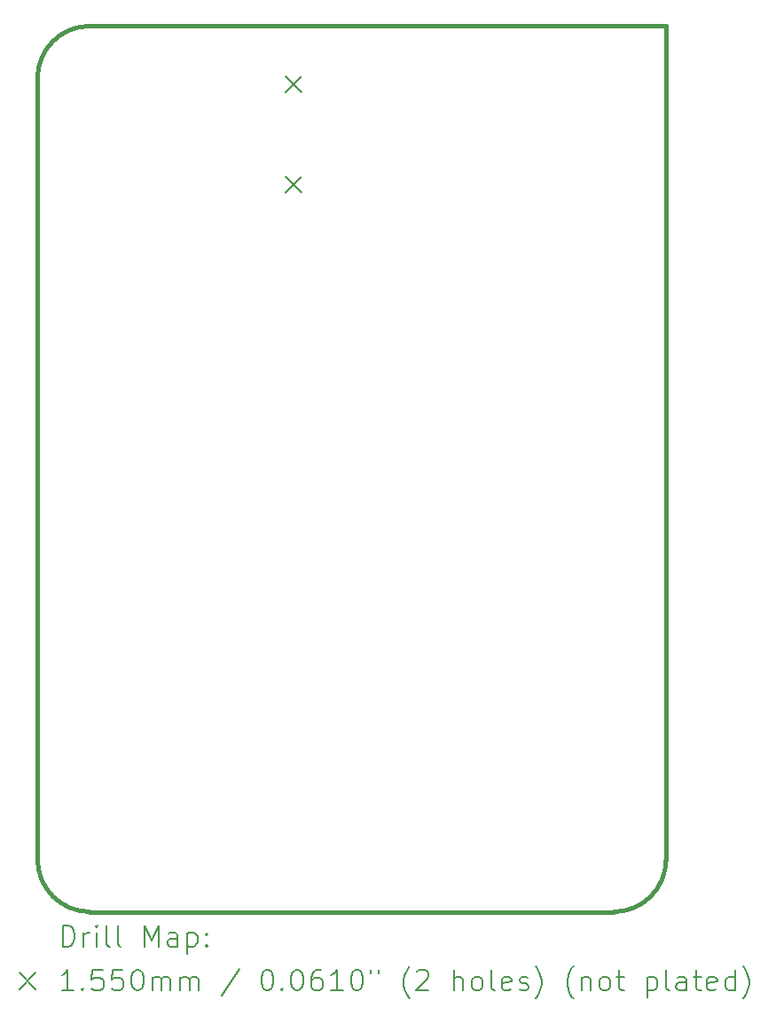
<source format=gbr>
%TF.GenerationSoftware,KiCad,Pcbnew,8.0.4*%
%TF.CreationDate,2025-11-09T23:28:21-03:00*%
%TF.ProjectId,sfp_moduloIC,7366705f-6d6f-4647-956c-6f49432e6b69,v2.0*%
%TF.SameCoordinates,Original*%
%TF.FileFunction,Drillmap*%
%TF.FilePolarity,Positive*%
%FSLAX45Y45*%
G04 Gerber Fmt 4.5, Leading zero omitted, Abs format (unit mm)*
G04 Created by KiCad (PCBNEW 8.0.4) date 2025-11-09 23:28:21*
%MOMM*%
%LPD*%
G01*
G04 APERTURE LIST*
%ADD10C,0.400000*%
%ADD11C,0.200000*%
%ADD12C,0.155000*%
G04 APERTURE END LIST*
D10*
X12037000Y-13545573D02*
G75*
G02*
X11536997Y-13045573I0J500003D01*
G01*
X12037000Y-13545573D02*
X17037000Y-13545573D01*
X11535554Y-5594127D02*
X11537000Y-13045573D01*
X17537000Y-13045573D02*
G75*
G02*
X17037000Y-13545570I-500000J3D01*
G01*
X11535554Y-5594127D02*
G75*
G02*
X12035554Y-5094127I500000J0D01*
G01*
X17537000Y-13045573D02*
X17537000Y-5094127D01*
X12035554Y-5094127D02*
X17537000Y-5094127D01*
D11*
D12*
X13904000Y-5569500D02*
X14059000Y-5724500D01*
X14059000Y-5569500D02*
X13904000Y-5724500D01*
X13904000Y-6529500D02*
X14059000Y-6684500D01*
X14059000Y-6529500D02*
X13904000Y-6684500D01*
D11*
X11776330Y-13877057D02*
X11776330Y-13677057D01*
X11776330Y-13677057D02*
X11823949Y-13677057D01*
X11823949Y-13677057D02*
X11852521Y-13686581D01*
X11852521Y-13686581D02*
X11871568Y-13705628D01*
X11871568Y-13705628D02*
X11881092Y-13724676D01*
X11881092Y-13724676D02*
X11890616Y-13762771D01*
X11890616Y-13762771D02*
X11890616Y-13791343D01*
X11890616Y-13791343D02*
X11881092Y-13829438D01*
X11881092Y-13829438D02*
X11871568Y-13848485D01*
X11871568Y-13848485D02*
X11852521Y-13867533D01*
X11852521Y-13867533D02*
X11823949Y-13877057D01*
X11823949Y-13877057D02*
X11776330Y-13877057D01*
X11976330Y-13877057D02*
X11976330Y-13743724D01*
X11976330Y-13781819D02*
X11985854Y-13762771D01*
X11985854Y-13762771D02*
X11995378Y-13753247D01*
X11995378Y-13753247D02*
X12014426Y-13743724D01*
X12014426Y-13743724D02*
X12033473Y-13743724D01*
X12100140Y-13877057D02*
X12100140Y-13743724D01*
X12100140Y-13677057D02*
X12090616Y-13686581D01*
X12090616Y-13686581D02*
X12100140Y-13696105D01*
X12100140Y-13696105D02*
X12109664Y-13686581D01*
X12109664Y-13686581D02*
X12100140Y-13677057D01*
X12100140Y-13677057D02*
X12100140Y-13696105D01*
X12223949Y-13877057D02*
X12204902Y-13867533D01*
X12204902Y-13867533D02*
X12195378Y-13848485D01*
X12195378Y-13848485D02*
X12195378Y-13677057D01*
X12328711Y-13877057D02*
X12309664Y-13867533D01*
X12309664Y-13867533D02*
X12300140Y-13848485D01*
X12300140Y-13848485D02*
X12300140Y-13677057D01*
X12557283Y-13877057D02*
X12557283Y-13677057D01*
X12557283Y-13677057D02*
X12623949Y-13819914D01*
X12623949Y-13819914D02*
X12690616Y-13677057D01*
X12690616Y-13677057D02*
X12690616Y-13877057D01*
X12871568Y-13877057D02*
X12871568Y-13772295D01*
X12871568Y-13772295D02*
X12862045Y-13753247D01*
X12862045Y-13753247D02*
X12842997Y-13743724D01*
X12842997Y-13743724D02*
X12804902Y-13743724D01*
X12804902Y-13743724D02*
X12785854Y-13753247D01*
X12871568Y-13867533D02*
X12852521Y-13877057D01*
X12852521Y-13877057D02*
X12804902Y-13877057D01*
X12804902Y-13877057D02*
X12785854Y-13867533D01*
X12785854Y-13867533D02*
X12776330Y-13848485D01*
X12776330Y-13848485D02*
X12776330Y-13829438D01*
X12776330Y-13829438D02*
X12785854Y-13810390D01*
X12785854Y-13810390D02*
X12804902Y-13800866D01*
X12804902Y-13800866D02*
X12852521Y-13800866D01*
X12852521Y-13800866D02*
X12871568Y-13791343D01*
X12966807Y-13743724D02*
X12966807Y-13943724D01*
X12966807Y-13753247D02*
X12985854Y-13743724D01*
X12985854Y-13743724D02*
X13023949Y-13743724D01*
X13023949Y-13743724D02*
X13042997Y-13753247D01*
X13042997Y-13753247D02*
X13052521Y-13762771D01*
X13052521Y-13762771D02*
X13062045Y-13781819D01*
X13062045Y-13781819D02*
X13062045Y-13838962D01*
X13062045Y-13838962D02*
X13052521Y-13858009D01*
X13052521Y-13858009D02*
X13042997Y-13867533D01*
X13042997Y-13867533D02*
X13023949Y-13877057D01*
X13023949Y-13877057D02*
X12985854Y-13877057D01*
X12985854Y-13877057D02*
X12966807Y-13867533D01*
X13147759Y-13858009D02*
X13157283Y-13867533D01*
X13157283Y-13867533D02*
X13147759Y-13877057D01*
X13147759Y-13877057D02*
X13138235Y-13867533D01*
X13138235Y-13867533D02*
X13147759Y-13858009D01*
X13147759Y-13858009D02*
X13147759Y-13877057D01*
X13147759Y-13753247D02*
X13157283Y-13762771D01*
X13157283Y-13762771D02*
X13147759Y-13772295D01*
X13147759Y-13772295D02*
X13138235Y-13762771D01*
X13138235Y-13762771D02*
X13147759Y-13753247D01*
X13147759Y-13753247D02*
X13147759Y-13772295D01*
D12*
X11360554Y-14128073D02*
X11515554Y-14283073D01*
X11515554Y-14128073D02*
X11360554Y-14283073D01*
D11*
X11881092Y-14297057D02*
X11766807Y-14297057D01*
X11823949Y-14297057D02*
X11823949Y-14097057D01*
X11823949Y-14097057D02*
X11804902Y-14125628D01*
X11804902Y-14125628D02*
X11785854Y-14144676D01*
X11785854Y-14144676D02*
X11766807Y-14154200D01*
X11966807Y-14278009D02*
X11976330Y-14287533D01*
X11976330Y-14287533D02*
X11966807Y-14297057D01*
X11966807Y-14297057D02*
X11957283Y-14287533D01*
X11957283Y-14287533D02*
X11966807Y-14278009D01*
X11966807Y-14278009D02*
X11966807Y-14297057D01*
X12157283Y-14097057D02*
X12062045Y-14097057D01*
X12062045Y-14097057D02*
X12052521Y-14192295D01*
X12052521Y-14192295D02*
X12062045Y-14182771D01*
X12062045Y-14182771D02*
X12081092Y-14173247D01*
X12081092Y-14173247D02*
X12128711Y-14173247D01*
X12128711Y-14173247D02*
X12147759Y-14182771D01*
X12147759Y-14182771D02*
X12157283Y-14192295D01*
X12157283Y-14192295D02*
X12166807Y-14211343D01*
X12166807Y-14211343D02*
X12166807Y-14258962D01*
X12166807Y-14258962D02*
X12157283Y-14278009D01*
X12157283Y-14278009D02*
X12147759Y-14287533D01*
X12147759Y-14287533D02*
X12128711Y-14297057D01*
X12128711Y-14297057D02*
X12081092Y-14297057D01*
X12081092Y-14297057D02*
X12062045Y-14287533D01*
X12062045Y-14287533D02*
X12052521Y-14278009D01*
X12347759Y-14097057D02*
X12252521Y-14097057D01*
X12252521Y-14097057D02*
X12242997Y-14192295D01*
X12242997Y-14192295D02*
X12252521Y-14182771D01*
X12252521Y-14182771D02*
X12271568Y-14173247D01*
X12271568Y-14173247D02*
X12319188Y-14173247D01*
X12319188Y-14173247D02*
X12338235Y-14182771D01*
X12338235Y-14182771D02*
X12347759Y-14192295D01*
X12347759Y-14192295D02*
X12357283Y-14211343D01*
X12357283Y-14211343D02*
X12357283Y-14258962D01*
X12357283Y-14258962D02*
X12347759Y-14278009D01*
X12347759Y-14278009D02*
X12338235Y-14287533D01*
X12338235Y-14287533D02*
X12319188Y-14297057D01*
X12319188Y-14297057D02*
X12271568Y-14297057D01*
X12271568Y-14297057D02*
X12252521Y-14287533D01*
X12252521Y-14287533D02*
X12242997Y-14278009D01*
X12481092Y-14097057D02*
X12500140Y-14097057D01*
X12500140Y-14097057D02*
X12519188Y-14106581D01*
X12519188Y-14106581D02*
X12528711Y-14116105D01*
X12528711Y-14116105D02*
X12538235Y-14135152D01*
X12538235Y-14135152D02*
X12547759Y-14173247D01*
X12547759Y-14173247D02*
X12547759Y-14220866D01*
X12547759Y-14220866D02*
X12538235Y-14258962D01*
X12538235Y-14258962D02*
X12528711Y-14278009D01*
X12528711Y-14278009D02*
X12519188Y-14287533D01*
X12519188Y-14287533D02*
X12500140Y-14297057D01*
X12500140Y-14297057D02*
X12481092Y-14297057D01*
X12481092Y-14297057D02*
X12462045Y-14287533D01*
X12462045Y-14287533D02*
X12452521Y-14278009D01*
X12452521Y-14278009D02*
X12442997Y-14258962D01*
X12442997Y-14258962D02*
X12433473Y-14220866D01*
X12433473Y-14220866D02*
X12433473Y-14173247D01*
X12433473Y-14173247D02*
X12442997Y-14135152D01*
X12442997Y-14135152D02*
X12452521Y-14116105D01*
X12452521Y-14116105D02*
X12462045Y-14106581D01*
X12462045Y-14106581D02*
X12481092Y-14097057D01*
X12633473Y-14297057D02*
X12633473Y-14163724D01*
X12633473Y-14182771D02*
X12642997Y-14173247D01*
X12642997Y-14173247D02*
X12662045Y-14163724D01*
X12662045Y-14163724D02*
X12690616Y-14163724D01*
X12690616Y-14163724D02*
X12709664Y-14173247D01*
X12709664Y-14173247D02*
X12719188Y-14192295D01*
X12719188Y-14192295D02*
X12719188Y-14297057D01*
X12719188Y-14192295D02*
X12728711Y-14173247D01*
X12728711Y-14173247D02*
X12747759Y-14163724D01*
X12747759Y-14163724D02*
X12776330Y-14163724D01*
X12776330Y-14163724D02*
X12795378Y-14173247D01*
X12795378Y-14173247D02*
X12804902Y-14192295D01*
X12804902Y-14192295D02*
X12804902Y-14297057D01*
X12900140Y-14297057D02*
X12900140Y-14163724D01*
X12900140Y-14182771D02*
X12909664Y-14173247D01*
X12909664Y-14173247D02*
X12928711Y-14163724D01*
X12928711Y-14163724D02*
X12957283Y-14163724D01*
X12957283Y-14163724D02*
X12976330Y-14173247D01*
X12976330Y-14173247D02*
X12985854Y-14192295D01*
X12985854Y-14192295D02*
X12985854Y-14297057D01*
X12985854Y-14192295D02*
X12995378Y-14173247D01*
X12995378Y-14173247D02*
X13014426Y-14163724D01*
X13014426Y-14163724D02*
X13042997Y-14163724D01*
X13042997Y-14163724D02*
X13062045Y-14173247D01*
X13062045Y-14173247D02*
X13071569Y-14192295D01*
X13071569Y-14192295D02*
X13071569Y-14297057D01*
X13462045Y-14087533D02*
X13290616Y-14344676D01*
X13719188Y-14097057D02*
X13738235Y-14097057D01*
X13738235Y-14097057D02*
X13757283Y-14106581D01*
X13757283Y-14106581D02*
X13766807Y-14116105D01*
X13766807Y-14116105D02*
X13776331Y-14135152D01*
X13776331Y-14135152D02*
X13785854Y-14173247D01*
X13785854Y-14173247D02*
X13785854Y-14220866D01*
X13785854Y-14220866D02*
X13776331Y-14258962D01*
X13776331Y-14258962D02*
X13766807Y-14278009D01*
X13766807Y-14278009D02*
X13757283Y-14287533D01*
X13757283Y-14287533D02*
X13738235Y-14297057D01*
X13738235Y-14297057D02*
X13719188Y-14297057D01*
X13719188Y-14297057D02*
X13700140Y-14287533D01*
X13700140Y-14287533D02*
X13690616Y-14278009D01*
X13690616Y-14278009D02*
X13681092Y-14258962D01*
X13681092Y-14258962D02*
X13671569Y-14220866D01*
X13671569Y-14220866D02*
X13671569Y-14173247D01*
X13671569Y-14173247D02*
X13681092Y-14135152D01*
X13681092Y-14135152D02*
X13690616Y-14116105D01*
X13690616Y-14116105D02*
X13700140Y-14106581D01*
X13700140Y-14106581D02*
X13719188Y-14097057D01*
X13871569Y-14278009D02*
X13881092Y-14287533D01*
X13881092Y-14287533D02*
X13871569Y-14297057D01*
X13871569Y-14297057D02*
X13862045Y-14287533D01*
X13862045Y-14287533D02*
X13871569Y-14278009D01*
X13871569Y-14278009D02*
X13871569Y-14297057D01*
X14004902Y-14097057D02*
X14023950Y-14097057D01*
X14023950Y-14097057D02*
X14042997Y-14106581D01*
X14042997Y-14106581D02*
X14052521Y-14116105D01*
X14052521Y-14116105D02*
X14062045Y-14135152D01*
X14062045Y-14135152D02*
X14071569Y-14173247D01*
X14071569Y-14173247D02*
X14071569Y-14220866D01*
X14071569Y-14220866D02*
X14062045Y-14258962D01*
X14062045Y-14258962D02*
X14052521Y-14278009D01*
X14052521Y-14278009D02*
X14042997Y-14287533D01*
X14042997Y-14287533D02*
X14023950Y-14297057D01*
X14023950Y-14297057D02*
X14004902Y-14297057D01*
X14004902Y-14297057D02*
X13985854Y-14287533D01*
X13985854Y-14287533D02*
X13976331Y-14278009D01*
X13976331Y-14278009D02*
X13966807Y-14258962D01*
X13966807Y-14258962D02*
X13957283Y-14220866D01*
X13957283Y-14220866D02*
X13957283Y-14173247D01*
X13957283Y-14173247D02*
X13966807Y-14135152D01*
X13966807Y-14135152D02*
X13976331Y-14116105D01*
X13976331Y-14116105D02*
X13985854Y-14106581D01*
X13985854Y-14106581D02*
X14004902Y-14097057D01*
X14242997Y-14097057D02*
X14204902Y-14097057D01*
X14204902Y-14097057D02*
X14185854Y-14106581D01*
X14185854Y-14106581D02*
X14176331Y-14116105D01*
X14176331Y-14116105D02*
X14157283Y-14144676D01*
X14157283Y-14144676D02*
X14147759Y-14182771D01*
X14147759Y-14182771D02*
X14147759Y-14258962D01*
X14147759Y-14258962D02*
X14157283Y-14278009D01*
X14157283Y-14278009D02*
X14166807Y-14287533D01*
X14166807Y-14287533D02*
X14185854Y-14297057D01*
X14185854Y-14297057D02*
X14223950Y-14297057D01*
X14223950Y-14297057D02*
X14242997Y-14287533D01*
X14242997Y-14287533D02*
X14252521Y-14278009D01*
X14252521Y-14278009D02*
X14262045Y-14258962D01*
X14262045Y-14258962D02*
X14262045Y-14211343D01*
X14262045Y-14211343D02*
X14252521Y-14192295D01*
X14252521Y-14192295D02*
X14242997Y-14182771D01*
X14242997Y-14182771D02*
X14223950Y-14173247D01*
X14223950Y-14173247D02*
X14185854Y-14173247D01*
X14185854Y-14173247D02*
X14166807Y-14182771D01*
X14166807Y-14182771D02*
X14157283Y-14192295D01*
X14157283Y-14192295D02*
X14147759Y-14211343D01*
X14452521Y-14297057D02*
X14338235Y-14297057D01*
X14395378Y-14297057D02*
X14395378Y-14097057D01*
X14395378Y-14097057D02*
X14376331Y-14125628D01*
X14376331Y-14125628D02*
X14357283Y-14144676D01*
X14357283Y-14144676D02*
X14338235Y-14154200D01*
X14576331Y-14097057D02*
X14595378Y-14097057D01*
X14595378Y-14097057D02*
X14614426Y-14106581D01*
X14614426Y-14106581D02*
X14623950Y-14116105D01*
X14623950Y-14116105D02*
X14633473Y-14135152D01*
X14633473Y-14135152D02*
X14642997Y-14173247D01*
X14642997Y-14173247D02*
X14642997Y-14220866D01*
X14642997Y-14220866D02*
X14633473Y-14258962D01*
X14633473Y-14258962D02*
X14623950Y-14278009D01*
X14623950Y-14278009D02*
X14614426Y-14287533D01*
X14614426Y-14287533D02*
X14595378Y-14297057D01*
X14595378Y-14297057D02*
X14576331Y-14297057D01*
X14576331Y-14297057D02*
X14557283Y-14287533D01*
X14557283Y-14287533D02*
X14547759Y-14278009D01*
X14547759Y-14278009D02*
X14538235Y-14258962D01*
X14538235Y-14258962D02*
X14528712Y-14220866D01*
X14528712Y-14220866D02*
X14528712Y-14173247D01*
X14528712Y-14173247D02*
X14538235Y-14135152D01*
X14538235Y-14135152D02*
X14547759Y-14116105D01*
X14547759Y-14116105D02*
X14557283Y-14106581D01*
X14557283Y-14106581D02*
X14576331Y-14097057D01*
X14719188Y-14097057D02*
X14719188Y-14135152D01*
X14795378Y-14097057D02*
X14795378Y-14135152D01*
X15090616Y-14373247D02*
X15081093Y-14363724D01*
X15081093Y-14363724D02*
X15062045Y-14335152D01*
X15062045Y-14335152D02*
X15052521Y-14316105D01*
X15052521Y-14316105D02*
X15042997Y-14287533D01*
X15042997Y-14287533D02*
X15033474Y-14239914D01*
X15033474Y-14239914D02*
X15033474Y-14201819D01*
X15033474Y-14201819D02*
X15042997Y-14154200D01*
X15042997Y-14154200D02*
X15052521Y-14125628D01*
X15052521Y-14125628D02*
X15062045Y-14106581D01*
X15062045Y-14106581D02*
X15081093Y-14078009D01*
X15081093Y-14078009D02*
X15090616Y-14068485D01*
X15157283Y-14116105D02*
X15166807Y-14106581D01*
X15166807Y-14106581D02*
X15185854Y-14097057D01*
X15185854Y-14097057D02*
X15233474Y-14097057D01*
X15233474Y-14097057D02*
X15252521Y-14106581D01*
X15252521Y-14106581D02*
X15262045Y-14116105D01*
X15262045Y-14116105D02*
X15271569Y-14135152D01*
X15271569Y-14135152D02*
X15271569Y-14154200D01*
X15271569Y-14154200D02*
X15262045Y-14182771D01*
X15262045Y-14182771D02*
X15147759Y-14297057D01*
X15147759Y-14297057D02*
X15271569Y-14297057D01*
X15509664Y-14297057D02*
X15509664Y-14097057D01*
X15595378Y-14297057D02*
X15595378Y-14192295D01*
X15595378Y-14192295D02*
X15585855Y-14173247D01*
X15585855Y-14173247D02*
X15566807Y-14163724D01*
X15566807Y-14163724D02*
X15538235Y-14163724D01*
X15538235Y-14163724D02*
X15519188Y-14173247D01*
X15519188Y-14173247D02*
X15509664Y-14182771D01*
X15719188Y-14297057D02*
X15700140Y-14287533D01*
X15700140Y-14287533D02*
X15690616Y-14278009D01*
X15690616Y-14278009D02*
X15681093Y-14258962D01*
X15681093Y-14258962D02*
X15681093Y-14201819D01*
X15681093Y-14201819D02*
X15690616Y-14182771D01*
X15690616Y-14182771D02*
X15700140Y-14173247D01*
X15700140Y-14173247D02*
X15719188Y-14163724D01*
X15719188Y-14163724D02*
X15747759Y-14163724D01*
X15747759Y-14163724D02*
X15766807Y-14173247D01*
X15766807Y-14173247D02*
X15776331Y-14182771D01*
X15776331Y-14182771D02*
X15785855Y-14201819D01*
X15785855Y-14201819D02*
X15785855Y-14258962D01*
X15785855Y-14258962D02*
X15776331Y-14278009D01*
X15776331Y-14278009D02*
X15766807Y-14287533D01*
X15766807Y-14287533D02*
X15747759Y-14297057D01*
X15747759Y-14297057D02*
X15719188Y-14297057D01*
X15900140Y-14297057D02*
X15881093Y-14287533D01*
X15881093Y-14287533D02*
X15871569Y-14268485D01*
X15871569Y-14268485D02*
X15871569Y-14097057D01*
X16052521Y-14287533D02*
X16033474Y-14297057D01*
X16033474Y-14297057D02*
X15995378Y-14297057D01*
X15995378Y-14297057D02*
X15976331Y-14287533D01*
X15976331Y-14287533D02*
X15966807Y-14268485D01*
X15966807Y-14268485D02*
X15966807Y-14192295D01*
X15966807Y-14192295D02*
X15976331Y-14173247D01*
X15976331Y-14173247D02*
X15995378Y-14163724D01*
X15995378Y-14163724D02*
X16033474Y-14163724D01*
X16033474Y-14163724D02*
X16052521Y-14173247D01*
X16052521Y-14173247D02*
X16062045Y-14192295D01*
X16062045Y-14192295D02*
X16062045Y-14211343D01*
X16062045Y-14211343D02*
X15966807Y-14230390D01*
X16138236Y-14287533D02*
X16157283Y-14297057D01*
X16157283Y-14297057D02*
X16195378Y-14297057D01*
X16195378Y-14297057D02*
X16214426Y-14287533D01*
X16214426Y-14287533D02*
X16223950Y-14268485D01*
X16223950Y-14268485D02*
X16223950Y-14258962D01*
X16223950Y-14258962D02*
X16214426Y-14239914D01*
X16214426Y-14239914D02*
X16195378Y-14230390D01*
X16195378Y-14230390D02*
X16166807Y-14230390D01*
X16166807Y-14230390D02*
X16147759Y-14220866D01*
X16147759Y-14220866D02*
X16138236Y-14201819D01*
X16138236Y-14201819D02*
X16138236Y-14192295D01*
X16138236Y-14192295D02*
X16147759Y-14173247D01*
X16147759Y-14173247D02*
X16166807Y-14163724D01*
X16166807Y-14163724D02*
X16195378Y-14163724D01*
X16195378Y-14163724D02*
X16214426Y-14173247D01*
X16290617Y-14373247D02*
X16300140Y-14363724D01*
X16300140Y-14363724D02*
X16319188Y-14335152D01*
X16319188Y-14335152D02*
X16328712Y-14316105D01*
X16328712Y-14316105D02*
X16338236Y-14287533D01*
X16338236Y-14287533D02*
X16347759Y-14239914D01*
X16347759Y-14239914D02*
X16347759Y-14201819D01*
X16347759Y-14201819D02*
X16338236Y-14154200D01*
X16338236Y-14154200D02*
X16328712Y-14125628D01*
X16328712Y-14125628D02*
X16319188Y-14106581D01*
X16319188Y-14106581D02*
X16300140Y-14078009D01*
X16300140Y-14078009D02*
X16290617Y-14068485D01*
X16652521Y-14373247D02*
X16642997Y-14363724D01*
X16642997Y-14363724D02*
X16623950Y-14335152D01*
X16623950Y-14335152D02*
X16614426Y-14316105D01*
X16614426Y-14316105D02*
X16604902Y-14287533D01*
X16604902Y-14287533D02*
X16595378Y-14239914D01*
X16595378Y-14239914D02*
X16595378Y-14201819D01*
X16595378Y-14201819D02*
X16604902Y-14154200D01*
X16604902Y-14154200D02*
X16614426Y-14125628D01*
X16614426Y-14125628D02*
X16623950Y-14106581D01*
X16623950Y-14106581D02*
X16642997Y-14078009D01*
X16642997Y-14078009D02*
X16652521Y-14068485D01*
X16728712Y-14163724D02*
X16728712Y-14297057D01*
X16728712Y-14182771D02*
X16738236Y-14173247D01*
X16738236Y-14173247D02*
X16757283Y-14163724D01*
X16757283Y-14163724D02*
X16785855Y-14163724D01*
X16785855Y-14163724D02*
X16804902Y-14173247D01*
X16804902Y-14173247D02*
X16814426Y-14192295D01*
X16814426Y-14192295D02*
X16814426Y-14297057D01*
X16938236Y-14297057D02*
X16919188Y-14287533D01*
X16919188Y-14287533D02*
X16909664Y-14278009D01*
X16909664Y-14278009D02*
X16900140Y-14258962D01*
X16900140Y-14258962D02*
X16900140Y-14201819D01*
X16900140Y-14201819D02*
X16909664Y-14182771D01*
X16909664Y-14182771D02*
X16919188Y-14173247D01*
X16919188Y-14173247D02*
X16938236Y-14163724D01*
X16938236Y-14163724D02*
X16966807Y-14163724D01*
X16966807Y-14163724D02*
X16985855Y-14173247D01*
X16985855Y-14173247D02*
X16995379Y-14182771D01*
X16995379Y-14182771D02*
X17004902Y-14201819D01*
X17004902Y-14201819D02*
X17004902Y-14258962D01*
X17004902Y-14258962D02*
X16995379Y-14278009D01*
X16995379Y-14278009D02*
X16985855Y-14287533D01*
X16985855Y-14287533D02*
X16966807Y-14297057D01*
X16966807Y-14297057D02*
X16938236Y-14297057D01*
X17062045Y-14163724D02*
X17138236Y-14163724D01*
X17090617Y-14097057D02*
X17090617Y-14268485D01*
X17090617Y-14268485D02*
X17100140Y-14287533D01*
X17100140Y-14287533D02*
X17119188Y-14297057D01*
X17119188Y-14297057D02*
X17138236Y-14297057D01*
X17357283Y-14163724D02*
X17357283Y-14363724D01*
X17357283Y-14173247D02*
X17376331Y-14163724D01*
X17376331Y-14163724D02*
X17414426Y-14163724D01*
X17414426Y-14163724D02*
X17433474Y-14173247D01*
X17433474Y-14173247D02*
X17442998Y-14182771D01*
X17442998Y-14182771D02*
X17452521Y-14201819D01*
X17452521Y-14201819D02*
X17452521Y-14258962D01*
X17452521Y-14258962D02*
X17442998Y-14278009D01*
X17442998Y-14278009D02*
X17433474Y-14287533D01*
X17433474Y-14287533D02*
X17414426Y-14297057D01*
X17414426Y-14297057D02*
X17376331Y-14297057D01*
X17376331Y-14297057D02*
X17357283Y-14287533D01*
X17566807Y-14297057D02*
X17547760Y-14287533D01*
X17547760Y-14287533D02*
X17538236Y-14268485D01*
X17538236Y-14268485D02*
X17538236Y-14097057D01*
X17728712Y-14297057D02*
X17728712Y-14192295D01*
X17728712Y-14192295D02*
X17719188Y-14173247D01*
X17719188Y-14173247D02*
X17700141Y-14163724D01*
X17700141Y-14163724D02*
X17662045Y-14163724D01*
X17662045Y-14163724D02*
X17642998Y-14173247D01*
X17728712Y-14287533D02*
X17709664Y-14297057D01*
X17709664Y-14297057D02*
X17662045Y-14297057D01*
X17662045Y-14297057D02*
X17642998Y-14287533D01*
X17642998Y-14287533D02*
X17633474Y-14268485D01*
X17633474Y-14268485D02*
X17633474Y-14249438D01*
X17633474Y-14249438D02*
X17642998Y-14230390D01*
X17642998Y-14230390D02*
X17662045Y-14220866D01*
X17662045Y-14220866D02*
X17709664Y-14220866D01*
X17709664Y-14220866D02*
X17728712Y-14211343D01*
X17795379Y-14163724D02*
X17871569Y-14163724D01*
X17823950Y-14097057D02*
X17823950Y-14268485D01*
X17823950Y-14268485D02*
X17833474Y-14287533D01*
X17833474Y-14287533D02*
X17852521Y-14297057D01*
X17852521Y-14297057D02*
X17871569Y-14297057D01*
X18014426Y-14287533D02*
X17995379Y-14297057D01*
X17995379Y-14297057D02*
X17957283Y-14297057D01*
X17957283Y-14297057D02*
X17938236Y-14287533D01*
X17938236Y-14287533D02*
X17928712Y-14268485D01*
X17928712Y-14268485D02*
X17928712Y-14192295D01*
X17928712Y-14192295D02*
X17938236Y-14173247D01*
X17938236Y-14173247D02*
X17957283Y-14163724D01*
X17957283Y-14163724D02*
X17995379Y-14163724D01*
X17995379Y-14163724D02*
X18014426Y-14173247D01*
X18014426Y-14173247D02*
X18023950Y-14192295D01*
X18023950Y-14192295D02*
X18023950Y-14211343D01*
X18023950Y-14211343D02*
X17928712Y-14230390D01*
X18195379Y-14297057D02*
X18195379Y-14097057D01*
X18195379Y-14287533D02*
X18176331Y-14297057D01*
X18176331Y-14297057D02*
X18138236Y-14297057D01*
X18138236Y-14297057D02*
X18119188Y-14287533D01*
X18119188Y-14287533D02*
X18109664Y-14278009D01*
X18109664Y-14278009D02*
X18100141Y-14258962D01*
X18100141Y-14258962D02*
X18100141Y-14201819D01*
X18100141Y-14201819D02*
X18109664Y-14182771D01*
X18109664Y-14182771D02*
X18119188Y-14173247D01*
X18119188Y-14173247D02*
X18138236Y-14163724D01*
X18138236Y-14163724D02*
X18176331Y-14163724D01*
X18176331Y-14163724D02*
X18195379Y-14173247D01*
X18271569Y-14373247D02*
X18281093Y-14363724D01*
X18281093Y-14363724D02*
X18300141Y-14335152D01*
X18300141Y-14335152D02*
X18309664Y-14316105D01*
X18309664Y-14316105D02*
X18319188Y-14287533D01*
X18319188Y-14287533D02*
X18328712Y-14239914D01*
X18328712Y-14239914D02*
X18328712Y-14201819D01*
X18328712Y-14201819D02*
X18319188Y-14154200D01*
X18319188Y-14154200D02*
X18309664Y-14125628D01*
X18309664Y-14125628D02*
X18300141Y-14106581D01*
X18300141Y-14106581D02*
X18281093Y-14078009D01*
X18281093Y-14078009D02*
X18271569Y-14068485D01*
M02*

</source>
